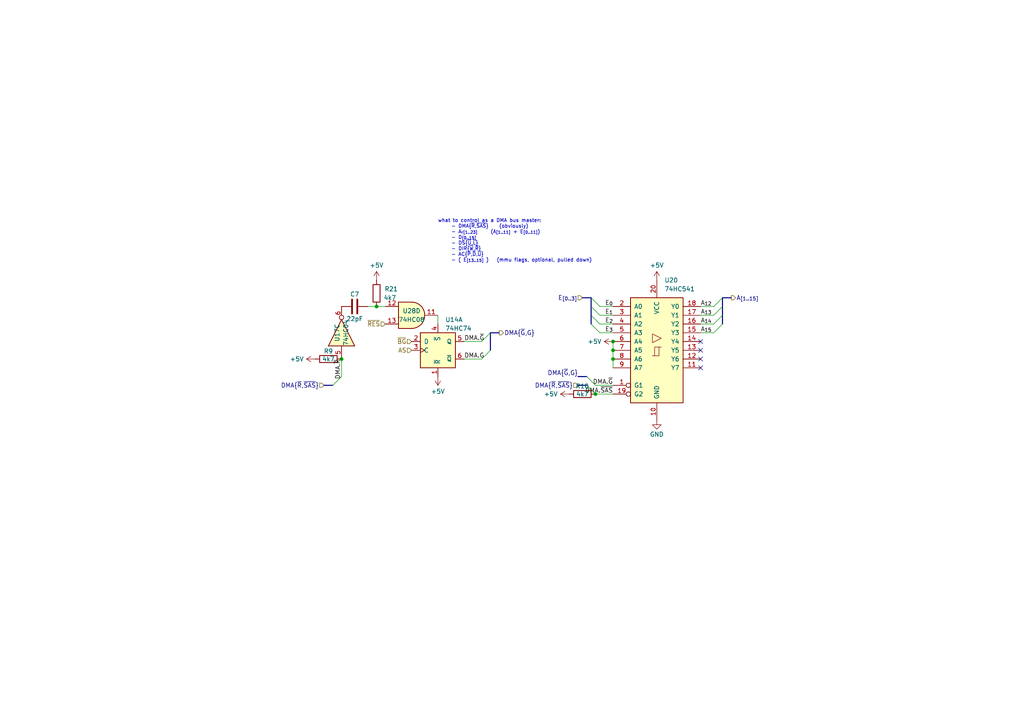
<source format=kicad_sch>
(kicad_sch (version 20250114) (generator "eeschema") (generator_version "9.0")
  (paper "A4")
  (lib_symbols
    (symbol "74xx:74HC74" (pin_names (offset 1.016))
      (property "Reference" "U" (at -7.62 8.89 0))
      (property "Value" "74HC74" (at -7.62 -8.89 0))
      (symbol "74HC74_1_0"
        (pin input line (at -7.62 2.54 0) (length 2.54) (name "D") (number "2"))
        (pin input clock (at -7.62 0 0) (length 2.54) (name "C") (number "3"))
        (pin input line (at 0 7.62 270) (length 2.54) (name "~{S}") (number "4"))
        (pin input line (at 0 -7.62 90) (length 2.54) (name "~{R}") (number "1"))
        (pin output line (at 7.62 2.54 180) (length 2.54) (name "Q") (number "5"))
        (pin output line (at 7.62 -2.54 180) (length 2.54) (name "~{Q}") (number "6"))
      )
      (symbol "74HC74_1_1"
        (rectangle (start -5.08 5.08) (end 5.08 -5.08) (stroke (width 0.254)) (fill (type background)))
      )
      (symbol "74HC74_2_0"
        (pin input line (at -7.62 2.54 0) (length 2.54) (name "D") (number "12"))
        (pin input clock (at -7.62 0 0) (length 2.54) (name "C") (number "11"))
        (pin input line (at 0 7.62 270) (length 2.54) (name "~{S}") (number "10"))
        (pin input line (at 0 -7.62 90) (length 2.54) (name "~{R}") (number "13"))
        (pin output line (at 7.62 2.54 180) (length 2.54) (name "Q") (number "9"))
        (pin output line (at 7.62 -2.54 180) (length 2.54) (name "~{Q}") (number "8"))
      )
      (symbol "74HC74_2_1"
        (rectangle (start -5.08 5.08) (end 5.08 -5.08) (stroke (width 0.254)) (fill (type background)))
      )
      (symbol "74HC74_3_0"
        (pin power_in line (at 0 10.16 270) (length 2.54) (name "VCC") (number "14"))
        (pin power_in line (at 0 -10.16 90) (length 2.54) (name "GND") (number "7"))
      )
      (symbol "74HC74_3_1"
        (rectangle (start -5.08 7.62) (end 5.08 -7.62) (stroke (width 0.254)) (fill (type background)))
      )
    )
    (symbol "74xx:74LS04"
      (property "Reference" "U" (at 0 1.27 0))
      (property "Value" "74LS04" (at 0 -1.27 0))
      (symbol "74LS04_1_0"
        (polyline (pts (xy -3.81 3.81) (xy -3.81 -3.81) (xy 3.81 0) (xy -3.81 3.81)) (stroke (width 0.254)) (fill (type background)))
        (pin input line (at -7.62 0 0) (length 3.81) (name "~") (number "1"))
        (pin output inverted (at 7.62 0 180) (length 3.81) (name "~") (number "2"))
      )
      (symbol "74LS04_2_0"
        (polyline (pts (xy -3.81 3.81) (xy -3.81 -3.81) (xy 3.81 0) (xy -3.81 3.81)) (stroke (width 0.254)) (fill (type background)))
        (pin input line (at -7.62 0 0) (length 3.81) (name "~") (number "3"))
        (pin output inverted (at 7.62 0 180) (length 3.81) (name "~") (number "4"))
      )
      (symbol "74LS04_3_0"
        (polyline (pts (xy -3.81 3.81) (xy -3.81 -3.81) (xy 3.81 0) (xy -3.81 3.81)) (stroke (width 0.254)) (fill (type background)))
        (pin input line (at -7.62 0 0) (length 3.81) (name "~") (number "5"))
        (pin output inverted (at 7.62 0 180) (length 3.81) (name "~") (number "6"))
      )
      (symbol "74LS04_4_0"
        (polyline (pts (xy -3.81 3.81) (xy -3.81 -3.81) (xy 3.81 0) (xy -3.81 3.81)) (stroke (width 0.254)) (fill (type background)))
        (pin input line (at -7.62 0 0) (length 3.81) (name "~") (number "9"))
        (pin output inverted (at 7.62 0 180) (length 3.81) (name "~") (number "8"))
      )
      (symbol "74LS04_5_0"
        (polyline (pts (xy -3.81 3.81) (xy -3.81 -3.81) (xy 3.81 0) (xy -3.81 3.81)) (stroke (width 0.254)) (fill (type background)))
        (pin input line (at -7.62 0 0) (length 3.81) (name "~") (number "11"))
        (pin output inverted (at 7.62 0 180) (length 3.81) (name "~") (number "10"))
      )
      (symbol "74LS04_6_0"
        (polyline (pts (xy -3.81 3.81) (xy -3.81 -3.81) (xy 3.81 0) (xy -3.81 3.81)) (stroke (width 0.254)) (fill (type background)))
        (pin input line (at -7.62 0 0) (length 3.81) (name "~") (number "13"))
        (pin output inverted (at 7.62 0 180) (length 3.81) (name "~") (number "12"))
      )
      (symbol "74LS04_7_0"
        (pin power_in line (at 0 12.7 270) (length 5.08) (name "VCC") (number "14"))
        (pin power_in line (at 0 -12.7 90) (length 5.08) (name "GND") (number "7"))
      )
      (symbol "74LS04_7_1"
        (rectangle (start -5.08 7.62) (end 5.08 -7.62) (stroke (width 0.254)) (fill (type background)))
      )
    )
    (symbol "74xx:74LS08" (pin_names (offset 1.016))
      (property "Reference" "U" (at 0 1.27 0))
      (property "Value" "74LS08" (at 0 -1.27 0))
      (symbol "74LS08_1_1"
        (arc (start 0 3.81) (mid 3.7934 0) (end 0 -3.81) (stroke (width 0.254)) (fill (type background)))
        (polyline (pts (xy 0 3.81) (xy -3.81 3.81) (xy -3.81 -3.81) (xy 0 -3.81)) (stroke (width 0.254)) (fill (type background)))
        (pin input line (at -7.62 2.54 0) (length 3.81) (name "~") (number "1"))
        (pin input line (at -7.62 -2.54 0) (length 3.81) (name "~") (number "2"))
        (pin output line (at 7.62 0 180) (length 3.81) (name "~") (number "3"))
      )
      (symbol "74LS08_1_2"
        (arc (start -3.81 3.81) (mid -2.589 0) (end -3.81 -3.81) (stroke (width 0.254)))
        (polyline (pts (xy -3.81 3.81) (xy -0.635 3.81)) (stroke (width 0.254)) (fill (type background)))
        (polyline (pts (xy -3.81 -3.81) (xy -0.635 -3.81)) (stroke (width 0.254)) (fill (type background)))
        (arc (start 3.81 0) (mid 2.1855 -2.584) (end -0.6096 -3.81) (stroke (width 0.254)) (fill (type background)))
        (arc (start -0.6096 3.81) (mid 2.1928 2.5924) (end 3.81 0) (stroke (width 0.254)) (fill (type background)))
        (polyline (pts (xy -0.635 3.81) (xy -3.81 3.81) (xy -3.81 3.81) (xy -3.556 3.4036) (xy -3.0226 2.2606) (xy -2.6924 1.0414) (xy -2.6162 -0.254) (xy -2.7686 -1.4986) (xy -3.175 -2.7178) (xy -3.81 -3.81) (xy -3.81 -3.81) (xy -0.635 -3.81)) (stroke (width -25.4)) (fill (type background)))
        (pin input inverted (at -7.62 2.54 0) (length 4.318) (name "~") (number "1"))
        (pin input inverted (at -7.62 -2.54 0) (length 4.318) (name "~") (number "2"))
        (pin output inverted (at 7.62 0 180) (length 3.81) (name "~") (number "3"))
      )
      (symbol "74LS08_2_1"
        (arc (start 0 3.81) (mid 3.7934 0) (end 0 -3.81) (stroke (width 0.254)) (fill (type background)))
        (polyline (pts (xy 0 3.81) (xy -3.81 3.81) (xy -3.81 -3.81) (xy 0 -3.81)) (stroke (width 0.254)) (fill (type background)))
        (pin input line (at -7.62 2.54 0) (length 3.81) (name "~") (number "4"))
        (pin input line (at -7.62 -2.54 0) (length 3.81) (name "~") (number "5"))
        (pin output line (at 7.62 0 180) (length 3.81) (name "~") (number "6"))
      )
      (symbol "74LS08_2_2"
        (arc (start -3.81 3.81) (mid -2.589 0) (end -3.81 -3.81) (stroke (width 0.254)))
        (polyline (pts (xy -3.81 3.81) (xy -0.635 3.81)) (stroke (width 0.254)) (fill (type background)))
        (polyline (pts (xy -3.81 -3.81) (xy -0.635 -3.81)) (stroke (width 0.254)) (fill (type background)))
        (arc (start 3.81 0) (mid 2.1855 -2.584) (end -0.6096 -3.81) (stroke (width 0.254)) (fill (type background)))
        (arc (start -0.6096 3.81) (mid 2.1928 2.5924) (end 3.81 0) (stroke (width 0.254)) (fill (type background)))
        (polyline (pts (xy -0.635 3.81) (xy -3.81 3.81) (xy -3.81 3.81) (xy -3.556 3.4036) (xy -3.0226 2.2606) (xy -2.6924 1.0414) (xy -2.6162 -0.254) (xy -2.7686 -1.4986) (xy -3.175 -2.7178) (xy -3.81 -3.81) (xy -3.81 -3.81) (xy -0.635 -3.81)) (stroke (width -25.4)) (fill (type background)))
        (pin input inverted (at -7.62 2.54 0) (length 4.318) (name "~") (number "4"))
        (pin input inverted (at -7.62 -2.54 0) (length 4.318) (name "~") (number "5"))
        (pin output inverted (at 7.62 0 180) (length 3.81) (name "~") (number "6"))
      )
      (symbol "74LS08_3_1"
        (arc (start 0 3.81) (mid 3.7934 0) (end 0 -3.81) (stroke (width 0.254)) (fill (type background)))
        (polyline (pts (xy 0 3.81) (xy -3.81 3.81) (xy -3.81 -3.81) (xy 0 -3.81)) (stroke (width 0.254)) (fill (type background)))
        (pin input line (at -7.62 2.54 0) (length 3.81) (name "~") (number "9"))
        (pin input line (at -7.62 -2.54 0) (length 3.81) (name "~") (number "10"))
        (pin output line (at 7.62 0 180) (length 3.81) (name "~") (number "8"))
      )
      (symbol "74LS08_3_2"
        (arc (start -3.81 3.81) (mid -2.589 0) (end -3.81 -3.81) (stroke (width 0.254)))
        (polyline (pts (xy -3.81 3.81) (xy -0.635 3.81)) (stroke (width 0.254)) (fill (type background)))
        (polyline (pts (xy -3.81 -3.81) (xy -0.635 -3.81)) (stroke (width 0.254)) (fill (type background)))
        (arc (start 3.81 0) (mid 2.1855 -2.584) (end -0.6096 -3.81) (stroke (width 0.254)) (fill (type background)))
        (arc (start -0.6096 3.81) (mid 2.1928 2.5924) (end 3.81 0) (stroke (width 0.254)) (fill (type background)))
        (polyline (pts (xy -0.635 3.81) (xy -3.81 3.81) (xy -3.81 3.81) (xy -3.556 3.4036) (xy -3.0226 2.2606) (xy -2.6924 1.0414) (xy -2.6162 -0.254) (xy -2.7686 -1.4986) (xy -3.175 -2.7178) (xy -3.81 -3.81) (xy -3.81 -3.81) (xy -0.635 -3.81)) (stroke (width -25.4)) (fill (type background)))
        (pin input inverted (at -7.62 2.54 0) (length 4.318) (name "~") (number "9"))
        (pin input inverted (at -7.62 -2.54 0) (length 4.318) (name "~") (number "10"))
        (pin output inverted (at 7.62 0 180) (length 3.81) (name "~") (number "8"))
      )
      (symbol "74LS08_4_1"
        (arc (start 0 3.81) (mid 3.7934 0) (end 0 -3.81) (stroke (width 0.254)) (fill (type background)))
        (polyline (pts (xy 0 3.81) (xy -3.81 3.81) (xy -3.81 -3.81) (xy 0 -3.81)) (stroke (width 0.254)) (fill (type background)))
        (pin input line (at -7.62 2.54 0) (length 3.81) (name "~") (number "12"))
        (pin input line (at -7.62 -2.54 0) (length 3.81) (name "~") (number "13"))
        (pin output line (at 7.62 0 180) (length 3.81) (name "~") (number "11"))
      )
      (symbol "74LS08_4_2"
        (arc (start -3.81 3.81) (mid -2.589 0) (end -3.81 -3.81) (stroke (width 0.254)))
        (polyline (pts (xy -3.81 3.81) (xy -0.635 3.81)) (stroke (width 0.254)) (fill (type background)))
        (polyline (pts (xy -3.81 -3.81) (xy -0.635 -3.81)) (stroke (width 0.254)) (fill (type background)))
        (arc (start 3.81 0) (mid 2.1855 -2.584) (end -0.6096 -3.81) (stroke (width 0.254)) (fill (type background)))
        (arc (start -0.6096 3.81) (mid 2.1928 2.5924) (end 3.81 0) (stroke (width 0.254)) (fill (type background)))
        (polyline (pts (xy -0.635 3.81) (xy -3.81 3.81) (xy -3.81 3.81) (xy -3.556 3.4036) (xy -3.0226 2.2606) (xy -2.6924 1.0414) (xy -2.6162 -0.254) (xy -2.7686 -1.4986) (xy -3.175 -2.7178) (xy -3.81 -3.81) (xy -3.81 -3.81) (xy -0.635 -3.81)) (stroke (width -25.4)) (fill (type background)))
        (pin input inverted (at -7.62 2.54 0) (length 4.318) (name "~") (number "12"))
        (pin input inverted (at -7.62 -2.54 0) (length 4.318) (name "~") (number "13"))
        (pin output inverted (at 7.62 0 180) (length 3.81) (name "~") (number "11"))
      )
      (symbol "74LS08_5_0"
        (pin power_in line (at 0 12.7 270) (length 5.08) (name "VCC") (number "14"))
        (pin power_in line (at 0 -12.7 90) (length 5.08) (name "GND") (number "7"))
      )
      (symbol "74LS08_5_1"
        (rectangle (start -5.08 7.62) (end 5.08 -7.62) (stroke (width 0.254)) (fill (type background)))
      )
    )
    (symbol "74xx:74LS541" (pin_names (offset 1.016))
      (property "Reference" "U" (at -7.62 16.51 0))
      (property "Value" "74LS541" (at -7.62 -16.51 0))
      (symbol "74LS541_1_0"
        (polyline (pts (xy -1.27 -1.6002) (xy 0.635 -1.6002) (xy 0.635 0.9398) (xy 1.27 0.9398)))
        (polyline (pts (xy -0.635 -1.6002) (xy -0.635 0.9398) (xy 0.635 0.9398)))
        (polyline (pts (xy 1.27 3.4798) (xy -1.27 4.7498) (xy -1.27 2.2098) (xy 1.27 3.4798)) (stroke (width 0.1524)))
        (pin input line (at -12.7 12.7 0) (length 5.08) (name "A0") (number "2"))
        (pin input line (at -12.7 10.16 0) (length 5.08) (name "A1") (number "3"))
        (pin input line (at -12.7 7.62 0) (length 5.08) (name "A2") (number "4"))
        (pin input line (at -12.7 5.08 0) (length 5.08) (name "A3") (number "5"))
        (pin input line (at -12.7 2.54 0) (length 5.08) (name "A4") (number "6"))
        (pin input line (at -12.7 0 0) (length 5.08) (name "A5") (number "7"))
        (pin input line (at -12.7 -2.54 0) (length 5.08) (name "A6") (number "8"))
        (pin input line (at -12.7 -5.08 0) (length 5.08) (name "A7") (number "9"))
        (pin input inverted (at -12.7 -10.16 0) (length 5.08) (name "G1") (number "1"))
        (pin input inverted (at -12.7 -12.7 0) (length 5.08) (name "G2") (number "19"))
        (pin power_in line (at 0 20.32 270) (length 5.08) (name "VCC") (number "20"))
        (pin power_in line (at 0 -20.32 90) (length 5.08) (name "GND") (number "10"))
        (pin tri_state line (at 12.7 12.7 180) (length 5.08) (name "Y0") (number "18"))
        (pin tri_state line (at 12.7 10.16 180) (length 5.08) (name "Y1") (number "17"))
        (pin tri_state line (at 12.7 7.62 180) (length 5.08) (name "Y2") (number "16"))
        (pin tri_state line (at 12.7 5.08 180) (length 5.08) (name "Y3") (number "15"))
        (pin tri_state line (at 12.7 2.54 180) (length 5.08) (name "Y4") (number "14"))
        (pin tri_state line (at 12.7 0 180) (length 5.08) (name "Y5") (number "13"))
        (pin tri_state line (at 12.7 -2.54 180) (length 5.08) (name "Y6") (number "12"))
        (pin tri_state line (at 12.7 -5.08 180) (length 5.08) (name "Y7") (number "11"))
      )
      (symbol "74LS541_1_1"
        (rectangle (start -7.62 15.24) (end 7.62 -15.24) (stroke (width 0.254)) (fill (type background)))
      )
    )
    (symbol "Device:C" (pin_numbers (hide yes)) (pin_names (offset 0.254))
      (property "Reference" "C" (at 0.635 2.54 0))
      (property "Value" "C" (at 0.635 -2.54 0))
      (symbol "C_0_1"
        (polyline (pts (xy -2.032 0.762) (xy 2.032 0.762)) (stroke (width 0.508)))
        (polyline (pts (xy -2.032 -0.762) (xy 2.032 -0.762)) (stroke (width 0.508)))
      )
      (symbol "C_1_1"
        (pin passive line (at 0 3.81 270) (length 2.794) (name "~") (number "1"))
        (pin passive line (at 0 -3.81 90) (length 2.794) (name "~") (number "2"))
      )
    )
    (symbol "Device:R" (pin_numbers (hide yes)) (pin_names (offset 0))
      (property "Reference" "R" (at 2.032 0 90))
      (property "Value" "R" (at 0 0 90))
      (symbol "R_0_1"
        (rectangle (start -1.016 -2.54) (end 1.016 2.54) (stroke (width 0.254)))
      )
      (symbol "R_1_1"
        (pin passive line (at 0 3.81 270) (length 1.27) (name "~") (number "1"))
        (pin passive line (at 0 -3.81 90) (length 1.27) (name "~") (number "2"))
      )
    )
    (symbol "power:+9V" (power) (pin_numbers (hide yes)) (pin_names (offset 0) (hide yes))
      (property "Value" "+9V" (at 0 3.556 0))
      (symbol "+9V_0_1"
        (polyline (pts (xy -0.762 1.27) (xy 0 2.54)))
        (polyline (pts (xy 0 2.54) (xy 0.762 1.27)))
        (polyline (pts (xy 0 0) (xy 0 2.54)))
      )
      (symbol "+9V_1_1"
        (pin power_in line (at 0 0 90) (length 0) (name "~") (number "1"))
      )
    )
    (symbol "power:GND" (power) (pin_numbers (hide yes)) (pin_names (offset 0) (hide yes))
      (property "Value" "GND" (at 0 -3.81 0))
      (symbol "GND_0_1"
        (polyline (pts (xy 0 0) (xy 0 -1.27) (xy 1.27 -1.27) (xy 0 -2.54) (xy -1.27 -1.27) (xy 0 -1.27)))
      )
      (symbol "GND_1_1"
        (pin power_in line (at 0 0 270) (length 0) (name "~") (number "1"))
      )
    )
  )
  (text "what to control as a DMA bus master:\n	- DMA{~{R},~{SAS}}	(obviously)\n	- A_{r[1..23]}	(A_{[1..11]} + E_{[0..11]})\n	- D_{[0..15]}\n	- DS{~{U},~{L}}\n	- DIR{~{W},~{R}}\n	- AC{~{P},~{D},~{U}}\n	- ( E_{[13..15]} )	(mmu flags, optional, pulled down)" (at 127 69.85 0) (effects (font (size 1.016 1.016)) (justify left)))
  (junction (at 172.72 114.3))
  (junction (at 109.22 88.9))
  (junction (at 99.06 104.14))
  (junction (at 177.8 99.06))
  (junction (at 177.8 104.14))
  (junction (at 177.8 101.6))
  (no_connect (at 203.2 101.6))
  (no_connect (at 203.2 104.14))
  (no_connect (at 203.2 106.68))
  (no_connect (at 203.2 99.06))
  (bus_entry (at 142.24 101.6) (size -2.54 2.54))
  (bus_entry (at 170.18 111.76) (size 2.54 2.54))
  (bus_entry (at 170.18 109.22) (size 2.54 2.54))
  (bus_entry (at 173.99 91.44) (size -2.54 -2.54))
  (bus_entry (at 173.99 96.52) (size -2.54 -2.54))
  (bus_entry (at 207.01 91.44) (size 2.54 -2.54))
  (bus_entry (at 207.01 93.98) (size 2.54 -2.54))
  (bus_entry (at 173.99 88.9) (size -2.54 -2.54))
  (bus_entry (at 173.99 93.98) (size -2.54 -2.54))
  (bus_entry (at 207.01 96.52) (size 2.54 -2.54))
  (bus_entry (at 207.01 88.9) (size 2.54 -2.54))
  (bus_entry (at 96.52 111.76) (size 2.54 -2.54))
  (bus_entry (at 142.24 96.52) (size -2.54 2.54))
  (bus (pts (xy 167.64 109.22) (xy 170.18 109.22)))
  (wire (pts (xy 172.72 111.76) (xy 177.8 111.76)))
  (wire (pts (xy 177.8 99.06) (xy 177.8 101.6)))
  (wire (pts (xy 203.2 93.98) (xy 207.01 93.98)))
  (bus (pts (xy 171.45 91.44) (xy 171.45 88.9)))
  (wire (pts (xy 109.22 88.9) (xy 111.76 88.9)))
  (wire (pts (xy 139.7 99.06) (xy 134.62 99.06)))
  (bus (pts (xy 93.98 111.76) (xy 96.52 111.76)))
  (wire (pts (xy 177.8 88.9) (xy 173.99 88.9)))
  (bus (pts (xy 209.55 91.44) (xy 209.55 93.98)))
  (bus (pts (xy 209.55 86.36) (xy 212.09 86.36)))
  (bus (pts (xy 171.45 93.98) (xy 171.45 91.44)))
  (wire (pts (xy 177.8 93.98) (xy 173.99 93.98)))
  (wire (pts (xy 203.2 91.44) (xy 207.01 91.44)))
  (wire (pts (xy 177.8 91.44) (xy 173.99 91.44)))
  (wire (pts (xy 177.8 101.6) (xy 177.8 104.14)))
  (wire (pts (xy 177.8 96.52) (xy 173.99 96.52)))
  (wire (pts (xy 177.8 104.14) (xy 177.8 106.68)))
  (bus (pts (xy 171.45 88.9) (xy 171.45 86.36)))
  (bus (pts (xy 168.91 86.36) (xy 171.45 86.36)))
  (wire (pts (xy 203.2 96.52) (xy 207.01 96.52)))
  (wire (pts (xy 172.72 114.3) (xy 177.8 114.3)))
  (wire (pts (xy 109.22 88.9) (xy 106.68 88.9)))
  (bus (pts (xy 142.24 96.52) (xy 144.78 96.52)))
  (wire (pts (xy 139.7 104.14) (xy 134.62 104.14)))
  (wire (pts (xy 127 91.44) (xy 127 93.98)))
  (wire (pts (xy 203.2 88.9) (xy 207.01 88.9)))
  (bus (pts (xy 142.24 96.52) (xy 142.24 101.6)))
  (bus (pts (xy 167.64 111.76) (xy 170.18 111.76)))
  (bus (pts (xy 209.55 86.36) (xy 209.55 88.9)))
  (wire (pts (xy 99.06 109.22) (xy 99.06 104.14)))
  (bus (pts (xy 209.55 88.9) (xy 209.55 91.44)))
  (label "A_{15}" (at 203.2 96.52 0))
  (label "E_{3}" (at 177.8 96.52 180))
  (label "A_{13}" (at 203.2 91.44 0))
  (label "DMA.G" (at 134.62 104.14 0))
  (label "E_{1}" (at 177.8 91.44 180))
  (label "A_{12}" (at 203.2 88.9 0))
  (label "DMA.~{G}" (at 177.8 111.76 180))
  (label "DMA.~{G}" (at 134.62 99.06 0))
  (label "E_{0}" (at 177.8 88.9 180))
  (label "DMA.~{SAS}" (at 177.8 114.3 180))
  (label "A_{14}" (at 203.2 93.98 0))
  (label "DMA.~{R}" (at 99.06 104.14 270))
  (label "DMA{~{G},G}" (at 167.64 109.22 180))
  (label "E_{2}" (at 177.8 93.98 180))
  (hierarchical_label "DMA{~{R},~{SAS}}" (shape input) (at 93.98 111.76 180))
  (hierarchical_label "~{RES}" (shape input) (at 111.76 93.98 180))
  (hierarchical_label "A_{[1..15]}" (shape output) (at 212.09 86.36 0))
  (hierarchical_label "E_{[0..3]}" (shape input) (at 168.91 86.36 180))
  (hierarchical_label "AS" (shape input) (at 119.38 101.6 180))
  (hierarchical_label "~{BG}" (shape input) (at 119.38 99.06 180))
  (hierarchical_label "DMA{~{G},G}" (shape output) (at 144.78 96.52 0))
  (hierarchical_label "DMA{~{R},~{SAS}}" (shape input) (at 167.64 111.76 180))
  (symbol (lib_id "Device:R") (at 95.25 104.14 90) (unit 1)
    (property "Reference" "R9" (at 95.25 101.854 90))
    (property "Value" "4k7" (at 95.25 104.14 90))
    (property "Footprint" "Resistor_THT:R_Axial_DIN0207_L6.3mm_D2.5mm_P2.54mm_Vertical" (effects (hide yes)))
  )
  (symbol (lib_id "power:+9V") (at 190.5 81.28 0) (unit 1)
    (property "Reference" "#PWR0215" (effects (hide yes)))
    (property "Value" "+5V" (at 190.5 76.962 0))
    (property "Description" "Power symbol creates a global label with name \"+9V\"" (effects (hide yes)))
  )
  (symbol (lib_id "Device:C") (at 102.87 88.9 90) (unit 1)
    (property "Reference" "C7" (at 102.87 85.344 90))
    (property "Value" "22pF" (at 102.87 92.456 90))
    (property "Footprint" "Capacitor_THT:C_Disc_D3.0mm_W1.6mm_P2.54mm" (effects (hide yes)))
  )
  (symbol (lib_id "power:+9V") (at 165.1 114.3 90) (mirror x) (unit 1)
    (property "Reference" "#PWR079" (effects (hide yes)))
    (property "Value" "+5V" (at 161.798 114.3 90) (effects (justify left)))
    (property "Description" "Power symbol creates a global label with name \"+9V\"" (effects (hide yes)))
  )
  (symbol (lib_id "power:+9V") (at 177.8 99.06 90) (mirror x) (unit 1)
    (property "Reference" "#PWR0226" (effects (hide yes)))
    (property "Value" "+5V" (at 174.498 99.06 90) (effects (justify left)))
    (property "Description" "Power symbol creates a global label with name \"+9V\"" (effects (hide yes)))
  )
  (symbol (lib_id "power:+9V") (at 127 109.22 0) (mirror x) (unit 1)
    (property "Reference" "#PWR04" (effects (hide yes)))
    (property "Value" "+5V" (at 127 113.538 0))
    (property "Description" "Power symbol creates a global label with name \"+9V\"" (effects (hide yes)))
  )
  (symbol (lib_id "74xx:74LS541") (at 190.5 101.6 0) (unit 1)
    (property "Reference" "U20" (at 192.6941 81.28 0) (effects (justify left)))
    (property "Value" "74HC541" (at 192.6941 83.82 0) (effects (justify left)))
    (property "Footprint" "Package_DIP:DIP-20_W7.62mm" (effects (hide yes)))
  )
  (symbol (lib_id "power:GND") (at 340.36 0 90) (mirror x) (unit 1)
    (property "Reference" "#PWR078" (effects (hide yes)))
    (property "Value" "GND" (at 343.408 0 90) (effects (justify right)))
    (property "Description" "Power symbol creates a global label with name \"GND\" , ground" (effects (hide yes)))
  )
  (symbol (lib_id "74xx:74LS04") (at 99.06 96.52 90) (unit 3)
    (property "Reference" "U17" (at 97.79 96.52 0))
    (property "Value" "74HC04" (at 100.33 96.52 0))
    (property "Footprint" "Package_DIP:DIP-14_W7.62mm" (effects (hide yes)))
  )
  (symbol (lib_id "power:+9V") (at 91.44 104.14 90) (mirror x) (unit 1)
    (property "Reference" "#PWR089" (effects (hide yes)))
    (property "Value" "+5V" (at 88.138 104.14 90) (effects (justify left)))
    (property "Description" "Power symbol creates a global label with name \"+9V\"" (effects (hide yes)))
  )
  (symbol (lib_id "Device:R") (at 109.22 85.09 0) (unit 1)
    (property "Reference" "R21" (at 111.506 83.82 0) (effects (justify left)))
    (property "Value" "4k7" (at 111.252 86.36 0) (effects (justify left)))
    (property "Footprint" "Resistor_THT:R_Axial_DIN0207_L6.3mm_D2.5mm_P2.54mm_Vertical" (effects (hide yes)))
  )
  (symbol (lib_id "power:GND") (at 190.5 121.92 0) (mirror y) (unit 1)
    (property "Reference" "#PWR0219" (effects (hide yes)))
    (property "Value" "GND" (at 190.5 125.984 0))
    (property "Description" "Power symbol creates a global label with name \"GND\" , ground" (effects (hide yes)))
  )
  (symbol (lib_id "Device:R") (at 168.91 114.3 90) (unit 1)
    (property "Reference" "R10" (at 168.91 112.014 90))
    (property "Value" "4k7" (at 168.91 114.3 90))
    (property "Footprint" "Resistor_THT:R_Axial_DIN0207_L6.3mm_D2.5mm_P2.54mm_Vertical" (effects (hide yes)))
  )
  (symbol (lib_id "74xx:74HC74") (at 330.2 0 90) (unit 3)
    (property "Reference" "U14" (at 330.2 -1.27 90))
    (property "Value" "74HC74" (at 330.2 1.27 90))
    (property "Footprint" "Package_DIP:DIP-14_W7.62mm" (effects (hide yes)))
  )
  (symbol (lib_id "power:+9V") (at 109.22 81.28 0) (unit 1)
    (property "Reference" "#PWR088" (effects (hide yes)))
    (property "Value" "+5V" (at 109.22 76.962 0))
    (property "Description" "Power symbol creates a global label with name \"+9V\"" (effects (hide yes)))
  )
  (symbol (lib_id "74xx:74HC74") (at 127 101.6 0) (unit 1)
    (property "Reference" "U14" (at 129.1433 92.71 0) (effects (justify left)))
    (property "Value" "74HC74" (at 129.1433 95.25 0) (effects (justify left)))
    (property "Footprint" "Package_DIP:DIP-14_W7.62mm" (effects (hide yes)))
  )
  (symbol (lib_id "74xx:74LS08") (at 119.38 91.44 0) (unit 4)
    (property "Reference" "U28" (at 119.38 90.17 0))
    (property "Value" "74HC08" (at 119.38 92.71 0))
    (property "Footprint" "Package_DIP:DIP-14_W7.62mm" (effects (hide yes)))
  )
  (symbol (lib_id "power:+9V") (at 320.04 0 90) (mirror x) (unit 1)
    (property "Reference" "#PWR076" (effects (hide yes)))
    (property "Value" "+5V" (at 316.738 0 90) (effects (justify left)))
    (property "Description" "Power symbol creates a global label with name \"+9V\"" (effects (hide yes)))
  )
)
</source>
